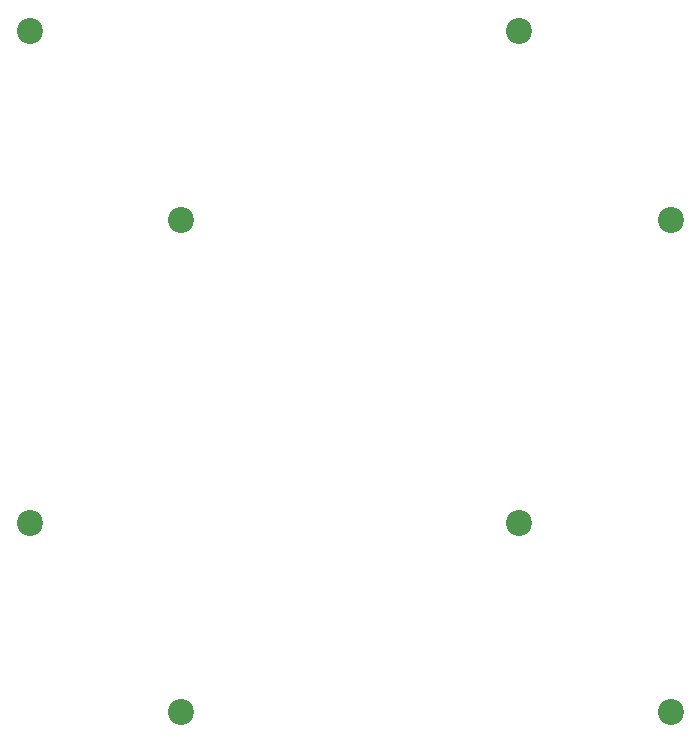
<source format=gbs>
G04 #@! TF.FileFunction,Soldermask,Bot*
%FSLAX46Y46*%
G04 Gerber Fmt 4.6, Leading zero omitted, Abs format (unit mm)*
G04 Created by KiCad (PCBNEW 4.0.5) date Thu Dec 29 13:42:12 2016*
%MOMM*%
%LPD*%
G01*
G04 APERTURE LIST*
%ADD10C,0.100000*%
%ADD11C,2.200000*%
G04 APERTURE END LIST*
D10*
D11*
X179430000Y-103990000D03*
X192260000Y-120030000D03*
X192260000Y-78380000D03*
X179430000Y-62340000D03*
X137970000Y-62340000D03*
X150800000Y-78380000D03*
X150800000Y-120030000D03*
X137970000Y-103990000D03*
M02*

</source>
